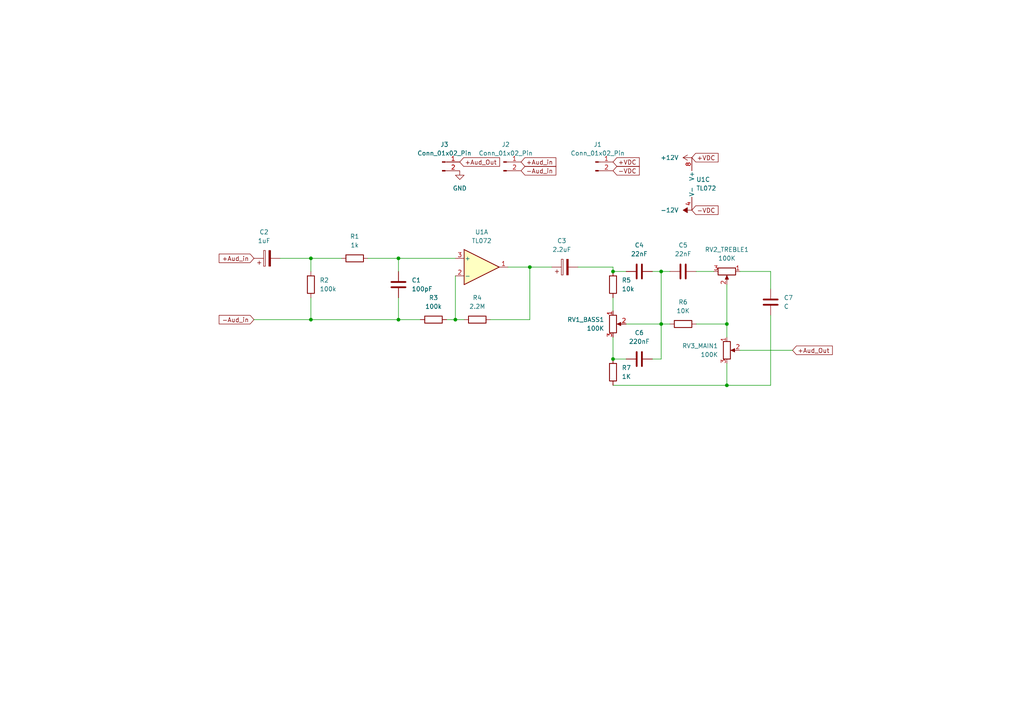
<source format=kicad_sch>
(kicad_sch
	(version 20231120)
	(generator "eeschema")
	(generator_version "8.0")
	(uuid "c2309c90-6183-4a95-bea2-e69d9dd6a5de")
	(paper "A4")
	(lib_symbols
		(symbol "Amplifier_Operational:TL072"
			(pin_names
				(offset 0.127)
			)
			(exclude_from_sim no)
			(in_bom yes)
			(on_board yes)
			(property "Reference" "U"
				(at 0 5.08 0)
				(effects
					(font
						(size 1.27 1.27)
					)
					(justify left)
				)
			)
			(property "Value" "TL072"
				(at 0 -5.08 0)
				(effects
					(font
						(size 1.27 1.27)
					)
					(justify left)
				)
			)
			(property "Footprint" ""
				(at 0 0 0)
				(effects
					(font
						(size 1.27 1.27)
					)
					(hide yes)
				)
			)
			(property "Datasheet" "http://www.ti.com/lit/ds/symlink/tl071.pdf"
				(at 0 0 0)
				(effects
					(font
						(size 1.27 1.27)
					)
					(hide yes)
				)
			)
			(property "Description" "Dual Low-Noise JFET-Input Operational Amplifiers, DIP-8/SOIC-8"
				(at 0 0 0)
				(effects
					(font
						(size 1.27 1.27)
					)
					(hide yes)
				)
			)
			(property "ki_locked" ""
				(at 0 0 0)
				(effects
					(font
						(size 1.27 1.27)
					)
				)
			)
			(property "ki_keywords" "dual opamp"
				(at 0 0 0)
				(effects
					(font
						(size 1.27 1.27)
					)
					(hide yes)
				)
			)
			(property "ki_fp_filters" "SOIC*3.9x4.9mm*P1.27mm* DIP*W7.62mm* TO*99* OnSemi*Micro8* TSSOP*3x3mm*P0.65mm* TSSOP*4.4x3mm*P0.65mm* MSOP*3x3mm*P0.65mm* SSOP*3.9x4.9mm*P0.635mm* LFCSP*2x2mm*P0.5mm* *SIP* SOIC*5.3x6.2mm*P1.27mm*"
				(at 0 0 0)
				(effects
					(font
						(size 1.27 1.27)
					)
					(hide yes)
				)
			)
			(symbol "TL072_1_1"
				(polyline
					(pts
						(xy -5.08 5.08) (xy 5.08 0) (xy -5.08 -5.08) (xy -5.08 5.08)
					)
					(stroke
						(width 0.254)
						(type default)
					)
					(fill
						(type background)
					)
				)
				(pin output line
					(at 7.62 0 180)
					(length 2.54)
					(name "~"
						(effects
							(font
								(size 1.27 1.27)
							)
						)
					)
					(number "1"
						(effects
							(font
								(size 1.27 1.27)
							)
						)
					)
				)
				(pin input line
					(at -7.62 -2.54 0)
					(length 2.54)
					(name "-"
						(effects
							(font
								(size 1.27 1.27)
							)
						)
					)
					(number "2"
						(effects
							(font
								(size 1.27 1.27)
							)
						)
					)
				)
				(pin input line
					(at -7.62 2.54 0)
					(length 2.54)
					(name "+"
						(effects
							(font
								(size 1.27 1.27)
							)
						)
					)
					(number "3"
						(effects
							(font
								(size 1.27 1.27)
							)
						)
					)
				)
			)
			(symbol "TL072_2_1"
				(polyline
					(pts
						(xy -5.08 5.08) (xy 5.08 0) (xy -5.08 -5.08) (xy -5.08 5.08)
					)
					(stroke
						(width 0.254)
						(type default)
					)
					(fill
						(type background)
					)
				)
				(pin input line
					(at -7.62 2.54 0)
					(length 2.54)
					(name "+"
						(effects
							(font
								(size 1.27 1.27)
							)
						)
					)
					(number "5"
						(effects
							(font
								(size 1.27 1.27)
							)
						)
					)
				)
				(pin input line
					(at -7.62 -2.54 0)
					(length 2.54)
					(name "-"
						(effects
							(font
								(size 1.27 1.27)
							)
						)
					)
					(number "6"
						(effects
							(font
								(size 1.27 1.27)
							)
						)
					)
				)
				(pin output line
					(at 7.62 0 180)
					(length 2.54)
					(name "~"
						(effects
							(font
								(size 1.27 1.27)
							)
						)
					)
					(number "7"
						(effects
							(font
								(size 1.27 1.27)
							)
						)
					)
				)
			)
			(symbol "TL072_3_1"
				(pin power_in line
					(at -2.54 -7.62 90)
					(length 3.81)
					(name "V-"
						(effects
							(font
								(size 1.27 1.27)
							)
						)
					)
					(number "4"
						(effects
							(font
								(size 1.27 1.27)
							)
						)
					)
				)
				(pin power_in line
					(at -2.54 7.62 270)
					(length 3.81)
					(name "V+"
						(effects
							(font
								(size 1.27 1.27)
							)
						)
					)
					(number "8"
						(effects
							(font
								(size 1.27 1.27)
							)
						)
					)
				)
			)
		)
		(symbol "Connector:Conn_01x02_Pin"
			(pin_names
				(offset 1.016) hide)
			(exclude_from_sim no)
			(in_bom yes)
			(on_board yes)
			(property "Reference" "J"
				(at 0 2.54 0)
				(effects
					(font
						(size 1.27 1.27)
					)
				)
			)
			(property "Value" "Conn_01x02_Pin"
				(at 0 -5.08 0)
				(effects
					(font
						(size 1.27 1.27)
					)
				)
			)
			(property "Footprint" ""
				(at 0 0 0)
				(effects
					(font
						(size 1.27 1.27)
					)
					(hide yes)
				)
			)
			(property "Datasheet" "~"
				(at 0 0 0)
				(effects
					(font
						(size 1.27 1.27)
					)
					(hide yes)
				)
			)
			(property "Description" "Generic connector, single row, 01x02, script generated"
				(at 0 0 0)
				(effects
					(font
						(size 1.27 1.27)
					)
					(hide yes)
				)
			)
			(property "ki_locked" ""
				(at 0 0 0)
				(effects
					(font
						(size 1.27 1.27)
					)
				)
			)
			(property "ki_keywords" "connector"
				(at 0 0 0)
				(effects
					(font
						(size 1.27 1.27)
					)
					(hide yes)
				)
			)
			(property "ki_fp_filters" "Connector*:*_1x??_*"
				(at 0 0 0)
				(effects
					(font
						(size 1.27 1.27)
					)
					(hide yes)
				)
			)
			(symbol "Conn_01x02_Pin_1_1"
				(polyline
					(pts
						(xy 1.27 -2.54) (xy 0.8636 -2.54)
					)
					(stroke
						(width 0.1524)
						(type default)
					)
					(fill
						(type none)
					)
				)
				(polyline
					(pts
						(xy 1.27 0) (xy 0.8636 0)
					)
					(stroke
						(width 0.1524)
						(type default)
					)
					(fill
						(type none)
					)
				)
				(rectangle
					(start 0.8636 -2.413)
					(end 0 -2.667)
					(stroke
						(width 0.1524)
						(type default)
					)
					(fill
						(type outline)
					)
				)
				(rectangle
					(start 0.8636 0.127)
					(end 0 -0.127)
					(stroke
						(width 0.1524)
						(type default)
					)
					(fill
						(type outline)
					)
				)
				(pin passive line
					(at 5.08 0 180)
					(length 3.81)
					(name "Pin_1"
						(effects
							(font
								(size 1.27 1.27)
							)
						)
					)
					(number "1"
						(effects
							(font
								(size 1.27 1.27)
							)
						)
					)
				)
				(pin passive line
					(at 5.08 -2.54 180)
					(length 3.81)
					(name "Pin_2"
						(effects
							(font
								(size 1.27 1.27)
							)
						)
					)
					(number "2"
						(effects
							(font
								(size 1.27 1.27)
							)
						)
					)
				)
			)
		)
		(symbol "Device:C"
			(pin_numbers hide)
			(pin_names
				(offset 0.254)
			)
			(exclude_from_sim no)
			(in_bom yes)
			(on_board yes)
			(property "Reference" "C"
				(at 0.635 2.54 0)
				(effects
					(font
						(size 1.27 1.27)
					)
					(justify left)
				)
			)
			(property "Value" "C"
				(at 0.635 -2.54 0)
				(effects
					(font
						(size 1.27 1.27)
					)
					(justify left)
				)
			)
			(property "Footprint" ""
				(at 0.9652 -3.81 0)
				(effects
					(font
						(size 1.27 1.27)
					)
					(hide yes)
				)
			)
			(property "Datasheet" "~"
				(at 0 0 0)
				(effects
					(font
						(size 1.27 1.27)
					)
					(hide yes)
				)
			)
			(property "Description" "Unpolarized capacitor"
				(at 0 0 0)
				(effects
					(font
						(size 1.27 1.27)
					)
					(hide yes)
				)
			)
			(property "ki_keywords" "cap capacitor"
				(at 0 0 0)
				(effects
					(font
						(size 1.27 1.27)
					)
					(hide yes)
				)
			)
			(property "ki_fp_filters" "C_*"
				(at 0 0 0)
				(effects
					(font
						(size 1.27 1.27)
					)
					(hide yes)
				)
			)
			(symbol "C_0_1"
				(polyline
					(pts
						(xy -2.032 -0.762) (xy 2.032 -0.762)
					)
					(stroke
						(width 0.508)
						(type default)
					)
					(fill
						(type none)
					)
				)
				(polyline
					(pts
						(xy -2.032 0.762) (xy 2.032 0.762)
					)
					(stroke
						(width 0.508)
						(type default)
					)
					(fill
						(type none)
					)
				)
			)
			(symbol "C_1_1"
				(pin passive line
					(at 0 3.81 270)
					(length 2.794)
					(name "~"
						(effects
							(font
								(size 1.27 1.27)
							)
						)
					)
					(number "1"
						(effects
							(font
								(size 1.27 1.27)
							)
						)
					)
				)
				(pin passive line
					(at 0 -3.81 90)
					(length 2.794)
					(name "~"
						(effects
							(font
								(size 1.27 1.27)
							)
						)
					)
					(number "2"
						(effects
							(font
								(size 1.27 1.27)
							)
						)
					)
				)
			)
		)
		(symbol "Device:C_Polarized"
			(pin_numbers hide)
			(pin_names
				(offset 0.254)
			)
			(exclude_from_sim no)
			(in_bom yes)
			(on_board yes)
			(property "Reference" "C"
				(at 0.635 2.54 0)
				(effects
					(font
						(size 1.27 1.27)
					)
					(justify left)
				)
			)
			(property "Value" "C_Polarized"
				(at 0.635 -2.54 0)
				(effects
					(font
						(size 1.27 1.27)
					)
					(justify left)
				)
			)
			(property "Footprint" ""
				(at 0.9652 -3.81 0)
				(effects
					(font
						(size 1.27 1.27)
					)
					(hide yes)
				)
			)
			(property "Datasheet" "~"
				(at 0 0 0)
				(effects
					(font
						(size 1.27 1.27)
					)
					(hide yes)
				)
			)
			(property "Description" "Polarized capacitor"
				(at 0 0 0)
				(effects
					(font
						(size 1.27 1.27)
					)
					(hide yes)
				)
			)
			(property "ki_keywords" "cap capacitor"
				(at 0 0 0)
				(effects
					(font
						(size 1.27 1.27)
					)
					(hide yes)
				)
			)
			(property "ki_fp_filters" "CP_*"
				(at 0 0 0)
				(effects
					(font
						(size 1.27 1.27)
					)
					(hide yes)
				)
			)
			(symbol "C_Polarized_0_1"
				(rectangle
					(start -2.286 0.508)
					(end 2.286 1.016)
					(stroke
						(width 0)
						(type default)
					)
					(fill
						(type none)
					)
				)
				(polyline
					(pts
						(xy -1.778 2.286) (xy -0.762 2.286)
					)
					(stroke
						(width 0)
						(type default)
					)
					(fill
						(type none)
					)
				)
				(polyline
					(pts
						(xy -1.27 2.794) (xy -1.27 1.778)
					)
					(stroke
						(width 0)
						(type default)
					)
					(fill
						(type none)
					)
				)
				(rectangle
					(start 2.286 -0.508)
					(end -2.286 -1.016)
					(stroke
						(width 0)
						(type default)
					)
					(fill
						(type outline)
					)
				)
			)
			(symbol "C_Polarized_1_1"
				(pin passive line
					(at 0 3.81 270)
					(length 2.794)
					(name "~"
						(effects
							(font
								(size 1.27 1.27)
							)
						)
					)
					(number "1"
						(effects
							(font
								(size 1.27 1.27)
							)
						)
					)
				)
				(pin passive line
					(at 0 -3.81 90)
					(length 2.794)
					(name "~"
						(effects
							(font
								(size 1.27 1.27)
							)
						)
					)
					(number "2"
						(effects
							(font
								(size 1.27 1.27)
							)
						)
					)
				)
			)
		)
		(symbol "Device:R"
			(pin_numbers hide)
			(pin_names
				(offset 0)
			)
			(exclude_from_sim no)
			(in_bom yes)
			(on_board yes)
			(property "Reference" "R"
				(at 2.032 0 90)
				(effects
					(font
						(size 1.27 1.27)
					)
				)
			)
			(property "Value" "R"
				(at 0 0 90)
				(effects
					(font
						(size 1.27 1.27)
					)
				)
			)
			(property "Footprint" ""
				(at -1.778 0 90)
				(effects
					(font
						(size 1.27 1.27)
					)
					(hide yes)
				)
			)
			(property "Datasheet" "~"
				(at 0 0 0)
				(effects
					(font
						(size 1.27 1.27)
					)
					(hide yes)
				)
			)
			(property "Description" "Resistor"
				(at 0 0 0)
				(effects
					(font
						(size 1.27 1.27)
					)
					(hide yes)
				)
			)
			(property "ki_keywords" "R res resistor"
				(at 0 0 0)
				(effects
					(font
						(size 1.27 1.27)
					)
					(hide yes)
				)
			)
			(property "ki_fp_filters" "R_*"
				(at 0 0 0)
				(effects
					(font
						(size 1.27 1.27)
					)
					(hide yes)
				)
			)
			(symbol "R_0_1"
				(rectangle
					(start -1.016 -2.54)
					(end 1.016 2.54)
					(stroke
						(width 0.254)
						(type default)
					)
					(fill
						(type none)
					)
				)
			)
			(symbol "R_1_1"
				(pin passive line
					(at 0 3.81 270)
					(length 1.27)
					(name "~"
						(effects
							(font
								(size 1.27 1.27)
							)
						)
					)
					(number "1"
						(effects
							(font
								(size 1.27 1.27)
							)
						)
					)
				)
				(pin passive line
					(at 0 -3.81 90)
					(length 1.27)
					(name "~"
						(effects
							(font
								(size 1.27 1.27)
							)
						)
					)
					(number "2"
						(effects
							(font
								(size 1.27 1.27)
							)
						)
					)
				)
			)
		)
		(symbol "Device:R_Potentiometer"
			(pin_names
				(offset 1.016) hide)
			(exclude_from_sim no)
			(in_bom yes)
			(on_board yes)
			(property "Reference" "RV"
				(at -4.445 0 90)
				(effects
					(font
						(size 1.27 1.27)
					)
				)
			)
			(property "Value" "R_Potentiometer"
				(at -2.54 0 90)
				(effects
					(font
						(size 1.27 1.27)
					)
				)
			)
			(property "Footprint" ""
				(at 0 0 0)
				(effects
					(font
						(size 1.27 1.27)
					)
					(hide yes)
				)
			)
			(property "Datasheet" "~"
				(at 0 0 0)
				(effects
					(font
						(size 1.27 1.27)
					)
					(hide yes)
				)
			)
			(property "Description" "Potentiometer"
				(at 0 0 0)
				(effects
					(font
						(size 1.27 1.27)
					)
					(hide yes)
				)
			)
			(property "ki_keywords" "resistor variable"
				(at 0 0 0)
				(effects
					(font
						(size 1.27 1.27)
					)
					(hide yes)
				)
			)
			(property "ki_fp_filters" "Potentiometer*"
				(at 0 0 0)
				(effects
					(font
						(size 1.27 1.27)
					)
					(hide yes)
				)
			)
			(symbol "R_Potentiometer_0_1"
				(polyline
					(pts
						(xy 2.54 0) (xy 1.524 0)
					)
					(stroke
						(width 0)
						(type default)
					)
					(fill
						(type none)
					)
				)
				(polyline
					(pts
						(xy 1.143 0) (xy 2.286 0.508) (xy 2.286 -0.508) (xy 1.143 0)
					)
					(stroke
						(width 0)
						(type default)
					)
					(fill
						(type outline)
					)
				)
				(rectangle
					(start 1.016 2.54)
					(end -1.016 -2.54)
					(stroke
						(width 0.254)
						(type default)
					)
					(fill
						(type none)
					)
				)
			)
			(symbol "R_Potentiometer_1_1"
				(pin passive line
					(at 0 3.81 270)
					(length 1.27)
					(name "1"
						(effects
							(font
								(size 1.27 1.27)
							)
						)
					)
					(number "1"
						(effects
							(font
								(size 1.27 1.27)
							)
						)
					)
				)
				(pin passive line
					(at 3.81 0 180)
					(length 1.27)
					(name "2"
						(effects
							(font
								(size 1.27 1.27)
							)
						)
					)
					(number "2"
						(effects
							(font
								(size 1.27 1.27)
							)
						)
					)
				)
				(pin passive line
					(at 0 -3.81 90)
					(length 1.27)
					(name "3"
						(effects
							(font
								(size 1.27 1.27)
							)
						)
					)
					(number "3"
						(effects
							(font
								(size 1.27 1.27)
							)
						)
					)
				)
			)
		)
		(symbol "power:+12V"
			(power)
			(pin_numbers hide)
			(pin_names
				(offset 0) hide)
			(exclude_from_sim no)
			(in_bom yes)
			(on_board yes)
			(property "Reference" "#PWR"
				(at 0 -3.81 0)
				(effects
					(font
						(size 1.27 1.27)
					)
					(hide yes)
				)
			)
			(property "Value" "+12V"
				(at 0 3.556 0)
				(effects
					(font
						(size 1.27 1.27)
					)
				)
			)
			(property "Footprint" ""
				(at 0 0 0)
				(effects
					(font
						(size 1.27 1.27)
					)
					(hide yes)
				)
			)
			(property "Datasheet" ""
				(at 0 0 0)
				(effects
					(font
						(size 1.27 1.27)
					)
					(hide yes)
				)
			)
			(property "Description" "Power symbol creates a global label with name \"+12V\""
				(at 0 0 0)
				(effects
					(font
						(size 1.27 1.27)
					)
					(hide yes)
				)
			)
			(property "ki_keywords" "global power"
				(at 0 0 0)
				(effects
					(font
						(size 1.27 1.27)
					)
					(hide yes)
				)
			)
			(symbol "+12V_0_1"
				(polyline
					(pts
						(xy -0.762 1.27) (xy 0 2.54)
					)
					(stroke
						(width 0)
						(type default)
					)
					(fill
						(type none)
					)
				)
				(polyline
					(pts
						(xy 0 0) (xy 0 2.54)
					)
					(stroke
						(width 0)
						(type default)
					)
					(fill
						(type none)
					)
				)
				(polyline
					(pts
						(xy 0 2.54) (xy 0.762 1.27)
					)
					(stroke
						(width 0)
						(type default)
					)
					(fill
						(type none)
					)
				)
			)
			(symbol "+12V_1_1"
				(pin power_in line
					(at 0 0 90)
					(length 0)
					(name "~"
						(effects
							(font
								(size 1.27 1.27)
							)
						)
					)
					(number "1"
						(effects
							(font
								(size 1.27 1.27)
							)
						)
					)
				)
			)
		)
		(symbol "power:-12V"
			(power)
			(pin_numbers hide)
			(pin_names
				(offset 0) hide)
			(exclude_from_sim no)
			(in_bom yes)
			(on_board yes)
			(property "Reference" "#PWR"
				(at 0 -3.81 0)
				(effects
					(font
						(size 1.27 1.27)
					)
					(hide yes)
				)
			)
			(property "Value" "-12V"
				(at 0 3.556 0)
				(effects
					(font
						(size 1.27 1.27)
					)
				)
			)
			(property "Footprint" ""
				(at 0 0 0)
				(effects
					(font
						(size 1.27 1.27)
					)
					(hide yes)
				)
			)
			(property "Datasheet" ""
				(at 0 0 0)
				(effects
					(font
						(size 1.27 1.27)
					)
					(hide yes)
				)
			)
			(property "Description" "Power symbol creates a global label with name \"-12V\""
				(at 0 0 0)
				(effects
					(font
						(size 1.27 1.27)
					)
					(hide yes)
				)
			)
			(property "ki_keywords" "global power"
				(at 0 0 0)
				(effects
					(font
						(size 1.27 1.27)
					)
					(hide yes)
				)
			)
			(symbol "-12V_0_0"
				(pin power_in line
					(at 0 0 90)
					(length 0)
					(name "~"
						(effects
							(font
								(size 1.27 1.27)
							)
						)
					)
					(number "1"
						(effects
							(font
								(size 1.27 1.27)
							)
						)
					)
				)
			)
			(symbol "-12V_0_1"
				(polyline
					(pts
						(xy 0 0) (xy 0 1.27) (xy 0.762 1.27) (xy 0 2.54) (xy -0.762 1.27) (xy 0 1.27)
					)
					(stroke
						(width 0)
						(type default)
					)
					(fill
						(type outline)
					)
				)
			)
		)
		(symbol "power:GND"
			(power)
			(pin_numbers hide)
			(pin_names
				(offset 0) hide)
			(exclude_from_sim no)
			(in_bom yes)
			(on_board yes)
			(property "Reference" "#PWR"
				(at 0 -6.35 0)
				(effects
					(font
						(size 1.27 1.27)
					)
					(hide yes)
				)
			)
			(property "Value" "GND"
				(at 0 -3.81 0)
				(effects
					(font
						(size 1.27 1.27)
					)
				)
			)
			(property "Footprint" ""
				(at 0 0 0)
				(effects
					(font
						(size 1.27 1.27)
					)
					(hide yes)
				)
			)
			(property "Datasheet" ""
				(at 0 0 0)
				(effects
					(font
						(size 1.27 1.27)
					)
					(hide yes)
				)
			)
			(property "Description" "Power symbol creates a global label with name \"GND\" , ground"
				(at 0 0 0)
				(effects
					(font
						(size 1.27 1.27)
					)
					(hide yes)
				)
			)
			(property "ki_keywords" "global power"
				(at 0 0 0)
				(effects
					(font
						(size 1.27 1.27)
					)
					(hide yes)
				)
			)
			(symbol "GND_0_1"
				(polyline
					(pts
						(xy 0 0) (xy 0 -1.27) (xy 1.27 -1.27) (xy 0 -2.54) (xy -1.27 -1.27) (xy 0 -1.27)
					)
					(stroke
						(width 0)
						(type default)
					)
					(fill
						(type none)
					)
				)
			)
			(symbol "GND_1_1"
				(pin power_in line
					(at 0 0 270)
					(length 0)
					(name "~"
						(effects
							(font
								(size 1.27 1.27)
							)
						)
					)
					(number "1"
						(effects
							(font
								(size 1.27 1.27)
							)
						)
					)
				)
			)
		)
	)
	(junction
		(at 90.17 92.71)
		(diameter 0)
		(color 0 0 0 0)
		(uuid "17b56748-f752-40e9-adf1-37b9c541ab0b")
	)
	(junction
		(at 90.17 74.93)
		(diameter 0)
		(color 0 0 0 0)
		(uuid "31c74d5a-cd56-4633-93ed-93ed576fa26c")
	)
	(junction
		(at 191.77 93.98)
		(diameter 0)
		(color 0 0 0 0)
		(uuid "5499061d-644c-4942-b896-bb77fbe5cf0e")
	)
	(junction
		(at 153.67 77.47)
		(diameter 0)
		(color 0 0 0 0)
		(uuid "6d587ebd-6b1b-47ba-86ac-d7631fcb7b87")
	)
	(junction
		(at 177.8 104.14)
		(diameter 0)
		(color 0 0 0 0)
		(uuid "9ba8b58c-760f-4b17-9ff0-ec5e0e04c495")
	)
	(junction
		(at 177.8 78.74)
		(diameter 0)
		(color 0 0 0 0)
		(uuid "bcf99a94-d3e8-4d91-92db-4c8a25fe3e89")
	)
	(junction
		(at 115.57 74.93)
		(diameter 0)
		(color 0 0 0 0)
		(uuid "d2388f52-48f4-4969-bc76-1e4305219f9a")
	)
	(junction
		(at 132.08 92.71)
		(diameter 0)
		(color 0 0 0 0)
		(uuid "d62a0fd0-097b-4895-bec2-5ff291bbcab6")
	)
	(junction
		(at 210.82 111.76)
		(diameter 0)
		(color 0 0 0 0)
		(uuid "da804a6a-4223-4e93-8497-6bb2806dc860")
	)
	(junction
		(at 210.82 93.98)
		(diameter 0)
		(color 0 0 0 0)
		(uuid "e8ce7fb7-27cc-45ba-b817-de4ee43db2b4")
	)
	(junction
		(at 191.77 78.74)
		(diameter 0)
		(color 0 0 0 0)
		(uuid "f2df7e27-e81c-471f-9055-7758ed6b9e57")
	)
	(junction
		(at 115.57 92.71)
		(diameter 0)
		(color 0 0 0 0)
		(uuid "f4de0ad3-05f8-43c6-ac9e-8e6f7cd14e6c")
	)
	(wire
		(pts
			(xy 90.17 74.93) (xy 90.17 78.74)
		)
		(stroke
			(width 0)
			(type default)
		)
		(uuid "04e3fd1b-e592-43be-93d6-c26f8402eca0")
	)
	(wire
		(pts
			(xy 115.57 92.71) (xy 121.92 92.71)
		)
		(stroke
			(width 0)
			(type default)
		)
		(uuid "18bbbaad-f7d1-4c4b-90d8-74c438cca01f")
	)
	(wire
		(pts
			(xy 132.08 92.71) (xy 132.08 80.01)
		)
		(stroke
			(width 0)
			(type default)
		)
		(uuid "18f75ce1-4c21-472b-b696-f63702c3ce40")
	)
	(wire
		(pts
			(xy 223.52 83.82) (xy 223.52 78.74)
		)
		(stroke
			(width 0)
			(type default)
		)
		(uuid "1d4e36fb-acc0-4fd1-8733-d64df604ca1c")
	)
	(wire
		(pts
			(xy 90.17 74.93) (xy 99.06 74.93)
		)
		(stroke
			(width 0)
			(type default)
		)
		(uuid "1ec7ccff-f7a3-40ff-acdf-8a62a5b5514a")
	)
	(wire
		(pts
			(xy 147.32 77.47) (xy 153.67 77.47)
		)
		(stroke
			(width 0)
			(type default)
		)
		(uuid "211a105b-bd74-4ef2-8891-3f46a9a1ec27")
	)
	(wire
		(pts
			(xy 177.8 97.79) (xy 177.8 104.14)
		)
		(stroke
			(width 0)
			(type default)
		)
		(uuid "277c3e41-259c-4ba9-8ec8-ccf4942739c9")
	)
	(wire
		(pts
			(xy 214.63 101.6) (xy 229.87 101.6)
		)
		(stroke
			(width 0)
			(type default)
		)
		(uuid "27922b13-b12b-41f4-bd71-314189e2417d")
	)
	(wire
		(pts
			(xy 223.52 78.74) (xy 214.63 78.74)
		)
		(stroke
			(width 0)
			(type default)
		)
		(uuid "2843d5f9-3e48-41f6-a55e-20886fda5c40")
	)
	(wire
		(pts
			(xy 90.17 92.71) (xy 115.57 92.71)
		)
		(stroke
			(width 0)
			(type default)
		)
		(uuid "28c3e9dc-b28e-43c9-9606-0180c9498f7a")
	)
	(wire
		(pts
			(xy 210.82 93.98) (xy 210.82 97.79)
		)
		(stroke
			(width 0)
			(type default)
		)
		(uuid "28e168cb-c566-402a-89a8-00401d4334ef")
	)
	(wire
		(pts
			(xy 153.67 77.47) (xy 160.02 77.47)
		)
		(stroke
			(width 0)
			(type default)
		)
		(uuid "2a066856-db5a-4872-92a8-8c91324510d1")
	)
	(wire
		(pts
			(xy 189.23 78.74) (xy 191.77 78.74)
		)
		(stroke
			(width 0)
			(type default)
		)
		(uuid "30a71f6b-e810-423c-9cb9-f6c2b977692e")
	)
	(wire
		(pts
			(xy 191.77 78.74) (xy 194.31 78.74)
		)
		(stroke
			(width 0)
			(type default)
		)
		(uuid "456590bb-9d21-4066-b79e-dce1ee28656e")
	)
	(wire
		(pts
			(xy 191.77 104.14) (xy 191.77 93.98)
		)
		(stroke
			(width 0)
			(type default)
		)
		(uuid "4952b162-3184-420f-a7f3-f4dfd22bc21f")
	)
	(wire
		(pts
			(xy 167.64 77.47) (xy 177.8 77.47)
		)
		(stroke
			(width 0)
			(type default)
		)
		(uuid "4dbd7d2e-0271-4f1b-a583-27bf71ce6fa3")
	)
	(wire
		(pts
			(xy 223.52 91.44) (xy 223.52 111.76)
		)
		(stroke
			(width 0)
			(type default)
		)
		(uuid "5043605c-0791-4526-a840-6c7a2151caf5")
	)
	(wire
		(pts
			(xy 177.8 78.74) (xy 181.61 78.74)
		)
		(stroke
			(width 0)
			(type default)
		)
		(uuid "56ade6b3-28e4-4922-892f-97fce869801d")
	)
	(wire
		(pts
			(xy 73.66 92.71) (xy 90.17 92.71)
		)
		(stroke
			(width 0)
			(type default)
		)
		(uuid "5a37b74b-84b2-419c-8b55-81c3329d3f05")
	)
	(wire
		(pts
			(xy 223.52 111.76) (xy 210.82 111.76)
		)
		(stroke
			(width 0)
			(type default)
		)
		(uuid "5c13e4d3-99ca-4993-99c8-56b2a1087c39")
	)
	(wire
		(pts
			(xy 210.82 82.55) (xy 210.82 93.98)
		)
		(stroke
			(width 0)
			(type default)
		)
		(uuid "6ab62d93-877b-40ad-b848-8ba00e3d9795")
	)
	(wire
		(pts
			(xy 191.77 93.98) (xy 191.77 78.74)
		)
		(stroke
			(width 0)
			(type default)
		)
		(uuid "760860e3-d7a5-40e6-bc08-3baaf370b685")
	)
	(wire
		(pts
			(xy 142.24 92.71) (xy 153.67 92.71)
		)
		(stroke
			(width 0)
			(type default)
		)
		(uuid "766da4da-ff52-43db-b0fe-41031c299082")
	)
	(wire
		(pts
			(xy 81.28 74.93) (xy 90.17 74.93)
		)
		(stroke
			(width 0)
			(type default)
		)
		(uuid "9130dfc4-77a1-48e9-9a24-30982d1005b8")
	)
	(wire
		(pts
			(xy 153.67 92.71) (xy 153.67 77.47)
		)
		(stroke
			(width 0)
			(type default)
		)
		(uuid "95ab76c3-e1d2-45ff-a17d-27891c352f28")
	)
	(wire
		(pts
			(xy 189.23 104.14) (xy 191.77 104.14)
		)
		(stroke
			(width 0)
			(type default)
		)
		(uuid "969b82f0-d3d8-4c01-9f89-6f36559ba7aa")
	)
	(wire
		(pts
			(xy 191.77 93.98) (xy 194.31 93.98)
		)
		(stroke
			(width 0)
			(type default)
		)
		(uuid "9755f923-7598-4bdd-b6bb-18f3ca0e57d4")
	)
	(wire
		(pts
			(xy 106.68 74.93) (xy 115.57 74.93)
		)
		(stroke
			(width 0)
			(type default)
		)
		(uuid "97d7bec9-3ebc-40db-85da-03fc0f7ce591")
	)
	(wire
		(pts
			(xy 177.8 104.14) (xy 181.61 104.14)
		)
		(stroke
			(width 0)
			(type default)
		)
		(uuid "98ce5c13-d790-4554-b8aa-975fee9693d5")
	)
	(wire
		(pts
			(xy 115.57 74.93) (xy 132.08 74.93)
		)
		(stroke
			(width 0)
			(type default)
		)
		(uuid "ab5e1dc2-3aec-4721-9b82-a3fb33196f35")
	)
	(wire
		(pts
			(xy 177.8 111.76) (xy 210.82 111.76)
		)
		(stroke
			(width 0)
			(type default)
		)
		(uuid "b782a0c5-367f-4098-bd01-da83e6876c9d")
	)
	(wire
		(pts
			(xy 90.17 86.36) (xy 90.17 92.71)
		)
		(stroke
			(width 0)
			(type default)
		)
		(uuid "c058075f-378d-4a1b-8c8a-0ad22e09f63b")
	)
	(wire
		(pts
			(xy 115.57 74.93) (xy 115.57 78.74)
		)
		(stroke
			(width 0)
			(type default)
		)
		(uuid "ca3ee521-8fc9-4d9d-9000-1229d18e86d1")
	)
	(wire
		(pts
			(xy 201.93 78.74) (xy 207.01 78.74)
		)
		(stroke
			(width 0)
			(type default)
		)
		(uuid "d6e8cacc-299c-4184-a844-37e647da9791")
	)
	(wire
		(pts
			(xy 129.54 92.71) (xy 132.08 92.71)
		)
		(stroke
			(width 0)
			(type default)
		)
		(uuid "e352b352-2f3d-4a81-8c9f-0c2b7faccd3c")
	)
	(wire
		(pts
			(xy 177.8 86.36) (xy 177.8 90.17)
		)
		(stroke
			(width 0)
			(type default)
		)
		(uuid "e575e588-90b2-4112-bb06-208b337eb113")
	)
	(wire
		(pts
			(xy 115.57 86.36) (xy 115.57 92.71)
		)
		(stroke
			(width 0)
			(type default)
		)
		(uuid "ec633aa1-bd7e-4228-ac9c-8a69ef6b4a41")
	)
	(wire
		(pts
			(xy 181.61 93.98) (xy 191.77 93.98)
		)
		(stroke
			(width 0)
			(type default)
		)
		(uuid "ef245c7b-425f-45a2-aebf-a10547b99d08")
	)
	(wire
		(pts
			(xy 210.82 93.98) (xy 201.93 93.98)
		)
		(stroke
			(width 0)
			(type default)
		)
		(uuid "f740d364-a9fb-458d-8cb3-77c76a73f221")
	)
	(wire
		(pts
			(xy 132.08 92.71) (xy 134.62 92.71)
		)
		(stroke
			(width 0)
			(type default)
		)
		(uuid "fc4323cc-bab5-4cd9-ba3d-48bce655f30e")
	)
	(wire
		(pts
			(xy 210.82 111.76) (xy 210.82 105.41)
		)
		(stroke
			(width 0)
			(type default)
		)
		(uuid "fda5df31-768b-4755-a27c-6eb957b3b936")
	)
	(wire
		(pts
			(xy 177.8 77.47) (xy 177.8 78.74)
		)
		(stroke
			(width 0)
			(type default)
		)
		(uuid "ff7b49cd-0c00-4309-be58-1ee6e32e232e")
	)
	(global_label "+VDC"
		(shape input)
		(at 177.8 46.99 0)
		(fields_autoplaced yes)
		(effects
			(font
				(size 1.27 1.27)
			)
			(justify left)
		)
		(uuid "23b1c12f-bfb2-4a45-900f-aaaa656ebba3")
		(property "Intersheetrefs" "${INTERSHEET_REFS}"
			(at 185.9862 46.99 0)
			(effects
				(font
					(size 1.27 1.27)
				)
				(justify left)
				(hide yes)
			)
		)
	)
	(global_label "+Aud_in"
		(shape input)
		(at 151.13 46.99 0)
		(fields_autoplaced yes)
		(effects
			(font
				(size 1.27 1.27)
			)
			(justify left)
		)
		(uuid "4ea5a947-c881-4448-83a1-d37223db7284")
		(property "Intersheetrefs" "${INTERSHEET_REFS}"
			(at 161.7956 46.99 0)
			(effects
				(font
					(size 1.27 1.27)
				)
				(justify left)
				(hide yes)
			)
		)
	)
	(global_label "+Aud_Out"
		(shape input)
		(at 229.87 101.6 0)
		(fields_autoplaced yes)
		(effects
			(font
				(size 1.27 1.27)
			)
			(justify left)
		)
		(uuid "5ef62176-0179-4e32-9d69-d8f5ff049300")
		(property "Intersheetrefs" "${INTERSHEET_REFS}"
			(at 241.987 101.6 0)
			(effects
				(font
					(size 1.27 1.27)
				)
				(justify left)
				(hide yes)
			)
		)
	)
	(global_label "+Aud_in"
		(shape input)
		(at 73.66 74.93 180)
		(fields_autoplaced yes)
		(effects
			(font
				(size 1.27 1.27)
			)
			(justify right)
		)
		(uuid "66ac6512-3d92-4e20-8185-c2d73767c5b7")
		(property "Intersheetrefs" "${INTERSHEET_REFS}"
			(at 62.9944 74.93 0)
			(effects
				(font
					(size 1.27 1.27)
				)
				(justify right)
				(hide yes)
			)
		)
	)
	(global_label "+VDC"
		(shape input)
		(at 200.66 45.72 0)
		(fields_autoplaced yes)
		(effects
			(font
				(size 1.27 1.27)
			)
			(justify left)
		)
		(uuid "6b23e1cd-6f30-4043-b9e4-6f486b5d8dec")
		(property "Intersheetrefs" "${INTERSHEET_REFS}"
			(at 208.8462 45.72 0)
			(effects
				(font
					(size 1.27 1.27)
				)
				(justify left)
				(hide yes)
			)
		)
	)
	(global_label "+Aud_Out"
		(shape input)
		(at 133.35 46.99 0)
		(fields_autoplaced yes)
		(effects
			(font
				(size 1.27 1.27)
			)
			(justify left)
		)
		(uuid "8af629cd-8678-4cf2-8659-1491322ab318")
		(property "Intersheetrefs" "${INTERSHEET_REFS}"
			(at 145.467 46.99 0)
			(effects
				(font
					(size 1.27 1.27)
				)
				(justify left)
				(hide yes)
			)
		)
	)
	(global_label "-Aud_in"
		(shape input)
		(at 151.13 49.53 0)
		(fields_autoplaced yes)
		(effects
			(font
				(size 1.27 1.27)
			)
			(justify left)
		)
		(uuid "aac5efa9-ffea-4382-b347-cd840be8f619")
		(property "Intersheetrefs" "${INTERSHEET_REFS}"
			(at 161.7956 49.53 0)
			(effects
				(font
					(size 1.27 1.27)
				)
				(justify left)
				(hide yes)
			)
		)
	)
	(global_label "-Aud_in"
		(shape input)
		(at 73.66 92.71 180)
		(fields_autoplaced yes)
		(effects
			(font
				(size 1.27 1.27)
			)
			(justify right)
		)
		(uuid "f164910f-a98a-4b56-822e-f6ac981459e7")
		(property "Intersheetrefs" "${INTERSHEET_REFS}"
			(at 62.9944 92.71 0)
			(effects
				(font
					(size 1.27 1.27)
				)
				(justify right)
				(hide yes)
			)
		)
	)
	(global_label "-VDC"
		(shape input)
		(at 200.66 60.96 0)
		(fields_autoplaced yes)
		(effects
			(font
				(size 1.27 1.27)
			)
			(justify left)
		)
		(uuid "f67a72a8-a773-455a-b7c9-bb129084ea28")
		(property "Intersheetrefs" "${INTERSHEET_REFS}"
			(at 208.8462 60.96 0)
			(effects
				(font
					(size 1.27 1.27)
				)
				(justify left)
				(hide yes)
			)
		)
	)
	(global_label "-VDC"
		(shape input)
		(at 177.8 49.53 0)
		(fields_autoplaced yes)
		(effects
			(font
				(size 1.27 1.27)
			)
			(justify left)
		)
		(uuid "f96b899c-1871-43b1-b010-f5df8bd2f8ff")
		(property "Intersheetrefs" "${INTERSHEET_REFS}"
			(at 185.9862 49.53 0)
			(effects
				(font
					(size 1.27 1.27)
				)
				(justify left)
				(hide yes)
			)
		)
	)
	(symbol
		(lib_id "Device:C")
		(at 223.52 87.63 0)
		(unit 1)
		(exclude_from_sim no)
		(in_bom yes)
		(on_board yes)
		(dnp no)
		(fields_autoplaced yes)
		(uuid "01d60900-f67c-4e31-979e-a4be94442989")
		(property "Reference" "C7"
			(at 227.33 86.3599 0)
			(effects
				(font
					(size 1.27 1.27)
				)
				(justify left)
			)
		)
		(property "Value" "C"
			(at 227.33 88.8999 0)
			(effects
				(font
					(size 1.27 1.27)
				)
				(justify left)
			)
		)
		(property "Footprint" "Capacitor_THT:C_Disc_D4.7mm_W2.5mm_P5.00mm"
			(at 224.4852 91.44 0)
			(effects
				(font
					(size 1.27 1.27)
				)
				(hide yes)
			)
		)
		(property "Datasheet" "~"
			(at 223.52 87.63 0)
			(effects
				(font
					(size 1.27 1.27)
				)
				(hide yes)
			)
		)
		(property "Description" "Unpolarized capacitor"
			(at 223.52 87.63 0)
			(effects
				(font
					(size 1.27 1.27)
				)
				(hide yes)
			)
		)
		(pin "1"
			(uuid "26330ebe-17cb-4455-97d4-039f267ad0a7")
		)
		(pin "2"
			(uuid "0c7e616c-4228-4684-b1f0-73c335e847fd")
		)
		(instances
			(project ""
				(path "/c2309c90-6183-4a95-bea2-e69d9dd6a5de"
					(reference "C7")
					(unit 1)
				)
			)
		)
	)
	(symbol
		(lib_id "Device:R")
		(at 198.12 93.98 90)
		(unit 1)
		(exclude_from_sim no)
		(in_bom yes)
		(on_board yes)
		(dnp no)
		(fields_autoplaced yes)
		(uuid "036e82aa-d654-4337-a9c5-bb6db93db745")
		(property "Reference" "R6"
			(at 198.12 87.63 90)
			(effects
				(font
					(size 1.27 1.27)
				)
			)
		)
		(property "Value" "10K"
			(at 198.12 90.17 90)
			(effects
				(font
					(size 1.27 1.27)
				)
			)
		)
		(property "Footprint" "Resistor_THT:R_Box_L8.4mm_W2.5mm_P5.08mm"
			(at 198.12 95.758 90)
			(effects
				(font
					(size 1.27 1.27)
				)
				(hide yes)
			)
		)
		(property "Datasheet" "~"
			(at 198.12 93.98 0)
			(effects
				(font
					(size 1.27 1.27)
				)
				(hide yes)
			)
		)
		(property "Description" "Resistor"
			(at 198.12 93.98 0)
			(effects
				(font
					(size 1.27 1.27)
				)
				(hide yes)
			)
		)
		(pin "1"
			(uuid "6ced4096-1c80-4f56-a563-5a554fd1c7e8")
		)
		(pin "2"
			(uuid "4d802969-dcd1-47e0-bebd-cb096c38f075")
		)
		(instances
			(project ""
				(path "/c2309c90-6183-4a95-bea2-e69d9dd6a5de"
					(reference "R6")
					(unit 1)
				)
			)
		)
	)
	(symbol
		(lib_id "power:GND")
		(at 133.35 49.53 0)
		(unit 1)
		(exclude_from_sim no)
		(in_bom yes)
		(on_board yes)
		(dnp no)
		(fields_autoplaced yes)
		(uuid "0c9559a3-1138-4d1f-9c48-7a3319be749e")
		(property "Reference" "#PWR01"
			(at 133.35 55.88 0)
			(effects
				(font
					(size 1.27 1.27)
				)
				(hide yes)
			)
		)
		(property "Value" "GND"
			(at 133.35 54.61 0)
			(effects
				(font
					(size 1.27 1.27)
				)
			)
		)
		(property "Footprint" ""
			(at 133.35 49.53 0)
			(effects
				(font
					(size 1.27 1.27)
				)
				(hide yes)
			)
		)
		(property "Datasheet" ""
			(at 133.35 49.53 0)
			(effects
				(font
					(size 1.27 1.27)
				)
				(hide yes)
			)
		)
		(property "Description" "Power symbol creates a global label with name \"GND\" , ground"
			(at 133.35 49.53 0)
			(effects
				(font
					(size 1.27 1.27)
				)
				(hide yes)
			)
		)
		(pin "1"
			(uuid "892b81c8-b63b-4704-b585-08b909f1218c")
		)
		(instances
			(project ""
				(path "/c2309c90-6183-4a95-bea2-e69d9dd6a5de"
					(reference "#PWR01")
					(unit 1)
				)
			)
		)
	)
	(symbol
		(lib_id "Device:R")
		(at 90.17 82.55 0)
		(unit 1)
		(exclude_from_sim no)
		(in_bom yes)
		(on_board yes)
		(dnp no)
		(fields_autoplaced yes)
		(uuid "1b885c60-b540-4479-9bd1-63120156b006")
		(property "Reference" "R2"
			(at 92.71 81.2799 0)
			(effects
				(font
					(size 1.27 1.27)
				)
				(justify left)
			)
		)
		(property "Value" "100k"
			(at 92.71 83.8199 0)
			(effects
				(font
					(size 1.27 1.27)
				)
				(justify left)
			)
		)
		(property "Footprint" "Resistor_THT:R_Box_L8.4mm_W2.5mm_P5.08mm"
			(at 88.392 82.55 90)
			(effects
				(font
					(size 1.27 1.27)
				)
				(hide yes)
			)
		)
		(property "Datasheet" "~"
			(at 90.17 82.55 0)
			(effects
				(font
					(size 1.27 1.27)
				)
				(hide yes)
			)
		)
		(property "Description" "Resistor"
			(at 90.17 82.55 0)
			(effects
				(font
					(size 1.27 1.27)
				)
				(hide yes)
			)
		)
		(pin "2"
			(uuid "8bdbcd17-3ed0-41ff-b280-f96a630b4daa")
		)
		(pin "1"
			(uuid "590f2b11-7e7d-4999-8dd1-098184cad06e")
		)
		(instances
			(project ""
				(path "/c2309c90-6183-4a95-bea2-e69d9dd6a5de"
					(reference "R2")
					(unit 1)
				)
			)
		)
	)
	(symbol
		(lib_id "Device:R")
		(at 177.8 107.95 180)
		(unit 1)
		(exclude_from_sim no)
		(in_bom yes)
		(on_board yes)
		(dnp no)
		(fields_autoplaced yes)
		(uuid "1b94a5d1-b2a1-4f95-8a1c-a5f07175af70")
		(property "Reference" "R7"
			(at 180.34 106.6799 0)
			(effects
				(font
					(size 1.27 1.27)
				)
				(justify right)
			)
		)
		(property "Value" "1K"
			(at 180.34 109.2199 0)
			(effects
				(font
					(size 1.27 1.27)
				)
				(justify right)
			)
		)
		(property "Footprint" "Resistor_THT:R_Box_L8.4mm_W2.5mm_P5.08mm"
			(at 179.578 107.95 90)
			(effects
				(font
					(size 1.27 1.27)
				)
				(hide yes)
			)
		)
		(property "Datasheet" "~"
			(at 177.8 107.95 0)
			(effects
				(font
					(size 1.27 1.27)
				)
				(hide yes)
			)
		)
		(property "Description" "Resistor"
			(at 177.8 107.95 0)
			(effects
				(font
					(size 1.27 1.27)
				)
				(hide yes)
			)
		)
		(pin "1"
			(uuid "f2320cac-a06d-4bb9-b205-9fdcc11b18d6")
		)
		(pin "2"
			(uuid "cfdc3a4a-1a91-4b9c-908c-6128d6ee7f57")
		)
		(instances
			(project "tone"
				(path "/c2309c90-6183-4a95-bea2-e69d9dd6a5de"
					(reference "R7")
					(unit 1)
				)
			)
		)
	)
	(symbol
		(lib_id "power:-12V")
		(at 200.66 60.96 90)
		(unit 1)
		(exclude_from_sim no)
		(in_bom yes)
		(on_board yes)
		(dnp no)
		(fields_autoplaced yes)
		(uuid "39177e2d-99dd-440a-9d11-0ab6b677f967")
		(property "Reference" "#PWR03"
			(at 204.47 60.96 0)
			(effects
				(font
					(size 1.27 1.27)
				)
				(hide yes)
			)
		)
		(property "Value" "-12V"
			(at 196.85 60.9599 90)
			(effects
				(font
					(size 1.27 1.27)
				)
				(justify left)
			)
		)
		(property "Footprint" ""
			(at 200.66 60.96 0)
			(effects
				(font
					(size 1.27 1.27)
				)
				(hide yes)
			)
		)
		(property "Datasheet" ""
			(at 200.66 60.96 0)
			(effects
				(font
					(size 1.27 1.27)
				)
				(hide yes)
			)
		)
		(property "Description" "Power symbol creates a global label with name \"-12V\""
			(at 200.66 60.96 0)
			(effects
				(font
					(size 1.27 1.27)
				)
				(hide yes)
			)
		)
		(pin "1"
			(uuid "cd6c93d3-df1c-4c81-b744-7c172cd8da38")
		)
		(instances
			(project ""
				(path "/c2309c90-6183-4a95-bea2-e69d9dd6a5de"
					(reference "#PWR03")
					(unit 1)
				)
			)
		)
	)
	(symbol
		(lib_id "Device:C_Polarized")
		(at 77.47 74.93 90)
		(unit 1)
		(exclude_from_sim no)
		(in_bom yes)
		(on_board yes)
		(dnp no)
		(fields_autoplaced yes)
		(uuid "4e7a23df-c1bf-467b-8315-933e2848874c")
		(property "Reference" "C2"
			(at 76.581 67.31 90)
			(effects
				(font
					(size 1.27 1.27)
				)
			)
		)
		(property "Value" "1uF"
			(at 76.581 69.85 90)
			(effects
				(font
					(size 1.27 1.27)
				)
			)
		)
		(property "Footprint" "Capacitor_THT:CP_Radial_D8.0mm_P2.50mm"
			(at 81.28 73.9648 0)
			(effects
				(font
					(size 1.27 1.27)
				)
				(hide yes)
			)
		)
		(property "Datasheet" "~"
			(at 77.47 74.93 0)
			(effects
				(font
					(size 1.27 1.27)
				)
				(hide yes)
			)
		)
		(property "Description" "Polarized capacitor"
			(at 77.47 74.93 0)
			(effects
				(font
					(size 1.27 1.27)
				)
				(hide yes)
			)
		)
		(pin "2"
			(uuid "118eb535-4176-418f-83f9-0ac7faabbc0e")
		)
		(pin "1"
			(uuid "c838783f-1dcc-467c-9035-e10e19fd2ade")
		)
		(instances
			(project ""
				(path "/c2309c90-6183-4a95-bea2-e69d9dd6a5de"
					(reference "C2")
					(unit 1)
				)
			)
		)
	)
	(symbol
		(lib_id "Device:C_Polarized")
		(at 163.83 77.47 90)
		(unit 1)
		(exclude_from_sim no)
		(in_bom yes)
		(on_board yes)
		(dnp no)
		(fields_autoplaced yes)
		(uuid "58a83510-4080-4105-8b2d-cc1602857690")
		(property "Reference" "C3"
			(at 162.941 69.85 90)
			(effects
				(font
					(size 1.27 1.27)
				)
			)
		)
		(property "Value" "2.2uF"
			(at 162.941 72.39 90)
			(effects
				(font
					(size 1.27 1.27)
				)
			)
		)
		(property "Footprint" "Capacitor_THT:CP_Radial_D8.0mm_P2.50mm"
			(at 167.64 76.5048 0)
			(effects
				(font
					(size 1.27 1.27)
				)
				(hide yes)
			)
		)
		(property "Datasheet" "~"
			(at 163.83 77.47 0)
			(effects
				(font
					(size 1.27 1.27)
				)
				(hide yes)
			)
		)
		(property "Description" "Polarized capacitor"
			(at 163.83 77.47 0)
			(effects
				(font
					(size 1.27 1.27)
				)
				(hide yes)
			)
		)
		(pin "2"
			(uuid "8cbdff48-4163-4039-9f88-50ca571a40e3")
		)
		(pin "1"
			(uuid "8f1e1822-51d0-4b4d-8036-5a94affbf16c")
		)
		(instances
			(project ""
				(path "/c2309c90-6183-4a95-bea2-e69d9dd6a5de"
					(reference "C3")
					(unit 1)
				)
			)
		)
	)
	(symbol
		(lib_id "Device:R")
		(at 138.43 92.71 90)
		(unit 1)
		(exclude_from_sim no)
		(in_bom yes)
		(on_board yes)
		(dnp no)
		(fields_autoplaced yes)
		(uuid "608289a9-cf8a-46cc-84ae-0eaefaa992d8")
		(property "Reference" "R4"
			(at 138.43 86.36 90)
			(effects
				(font
					(size 1.27 1.27)
				)
			)
		)
		(property "Value" "2.2M"
			(at 138.43 88.9 90)
			(effects
				(font
					(size 1.27 1.27)
				)
			)
		)
		(property "Footprint" "Resistor_THT:R_Box_L8.4mm_W2.5mm_P5.08mm"
			(at 138.43 94.488 90)
			(effects
				(font
					(size 1.27 1.27)
				)
				(hide yes)
			)
		)
		(property "Datasheet" "~"
			(at 138.43 92.71 0)
			(effects
				(font
					(size 1.27 1.27)
				)
				(hide yes)
			)
		)
		(property "Description" "Resistor"
			(at 138.43 92.71 0)
			(effects
				(font
					(size 1.27 1.27)
				)
				(hide yes)
			)
		)
		(pin "2"
			(uuid "4ac92bee-b884-415b-9c40-85899a656aa3")
		)
		(pin "1"
			(uuid "5b9bbc9b-3bcc-4b53-8dd6-2952e2936a7b")
		)
		(instances
			(project ""
				(path "/c2309c90-6183-4a95-bea2-e69d9dd6a5de"
					(reference "R4")
					(unit 1)
				)
			)
		)
	)
	(symbol
		(lib_id "Device:R_Potentiometer")
		(at 210.82 101.6 0)
		(unit 1)
		(exclude_from_sim no)
		(in_bom yes)
		(on_board yes)
		(dnp no)
		(fields_autoplaced yes)
		(uuid "787d00c3-d5bb-497e-8c2e-0c6c5037779b")
		(property "Reference" "RV3_MAIN1"
			(at 208.28 100.3299 0)
			(effects
				(font
					(size 1.27 1.27)
				)
				(justify right)
			)
		)
		(property "Value" "100K"
			(at 208.28 102.8699 0)
			(effects
				(font
					(size 1.27 1.27)
				)
				(justify right)
			)
		)
		(property "Footprint" "Potentiometer_THT:Potentiometer_Alps_RK163_Single_Horizontal"
			(at 210.82 101.6 0)
			(effects
				(font
					(size 1.27 1.27)
				)
				(hide yes)
			)
		)
		(property "Datasheet" "~"
			(at 210.82 101.6 0)
			(effects
				(font
					(size 1.27 1.27)
				)
				(hide yes)
			)
		)
		(property "Description" "Potentiometer"
			(at 210.82 101.6 0)
			(effects
				(font
					(size 1.27 1.27)
				)
				(hide yes)
			)
		)
		(pin "1"
			(uuid "7782a931-c602-4dc6-a2b4-6351c891662e")
		)
		(pin "2"
			(uuid "25176aa3-d567-473a-89a8-c798286cbddf")
		)
		(pin "3"
			(uuid "33fb3e16-fdb4-45b5-a8a1-68d82ae7fd10")
		)
		(instances
			(project "tone"
				(path "/c2309c90-6183-4a95-bea2-e69d9dd6a5de"
					(reference "RV3_MAIN1")
					(unit 1)
				)
			)
		)
	)
	(symbol
		(lib_id "Amplifier_Operational:TL072")
		(at 203.2 53.34 0)
		(unit 3)
		(exclude_from_sim no)
		(in_bom yes)
		(on_board yes)
		(dnp no)
		(fields_autoplaced yes)
		(uuid "81b13535-8573-4dd8-b538-7b091eb73f30")
		(property "Reference" "U1"
			(at 201.93 52.0699 0)
			(effects
				(font
					(size 1.27 1.27)
				)
				(justify left)
			)
		)
		(property "Value" "TL072"
			(at 201.93 54.6099 0)
			(effects
				(font
					(size 1.27 1.27)
				)
				(justify left)
			)
		)
		(property "Footprint" "Package_DIP:DIP-8_W7.62mm"
			(at 203.2 53.34 0)
			(effects
				(font
					(size 1.27 1.27)
				)
				(hide yes)
			)
		)
		(property "Datasheet" "http://www.ti.com/lit/ds/symlink/tl071.pdf"
			(at 203.2 53.34 0)
			(effects
				(font
					(size 1.27 1.27)
				)
				(hide yes)
			)
		)
		(property "Description" "Dual Low-Noise JFET-Input Operational Amplifiers, DIP-8/SOIC-8"
			(at 203.2 53.34 0)
			(effects
				(font
					(size 1.27 1.27)
				)
				(hide yes)
			)
		)
		(pin "6"
			(uuid "55e8354d-6817-4ac8-bd58-03ee3626eacd")
		)
		(pin "1"
			(uuid "8fc8b82b-c6b4-46bb-992d-74ef034a536f")
		)
		(pin "4"
			(uuid "445fc0c6-ed2e-47c7-8932-772a1c7f3807")
		)
		(pin "7"
			(uuid "fae3598d-b502-4f5d-b324-2674b0903974")
		)
		(pin "2"
			(uuid "de906207-be4e-42ac-ae1f-261ac1cfb5f2")
		)
		(pin "3"
			(uuid "e5a91519-50d0-4bd6-a2c6-f9dfbb268329")
		)
		(pin "5"
			(uuid "9a1e949e-1d2e-4f91-aa7c-cb98bdaaaaa3")
		)
		(pin "8"
			(uuid "344c96d5-27bd-4838-bc9f-0880fa890550")
		)
		(instances
			(project ""
				(path "/c2309c90-6183-4a95-bea2-e69d9dd6a5de"
					(reference "U1")
					(unit 3)
				)
			)
		)
	)
	(symbol
		(lib_id "Device:R_Potentiometer")
		(at 177.8 93.98 0)
		(unit 1)
		(exclude_from_sim no)
		(in_bom yes)
		(on_board yes)
		(dnp no)
		(fields_autoplaced yes)
		(uuid "836d4ca1-4470-4a1e-947b-0591af7fddd7")
		(property "Reference" "RV1_BASS1"
			(at 175.26 92.7099 0)
			(effects
				(font
					(size 1.27 1.27)
				)
				(justify right)
			)
		)
		(property "Value" "100K"
			(at 175.26 95.2499 0)
			(effects
				(font
					(size 1.27 1.27)
				)
				(justify right)
			)
		)
		(property "Footprint" "Potentiometer_THT:Potentiometer_Alps_RK163_Single_Horizontal"
			(at 177.8 93.98 0)
			(effects
				(font
					(size 1.27 1.27)
				)
				(hide yes)
			)
		)
		(property "Datasheet" "~"
			(at 177.8 93.98 0)
			(effects
				(font
					(size 1.27 1.27)
				)
				(hide yes)
			)
		)
		(property "Description" "Potentiometer"
			(at 177.8 93.98 0)
			(effects
				(font
					(size 1.27 1.27)
				)
				(hide yes)
			)
		)
		(pin "1"
			(uuid "a970987b-b540-407b-9a45-b44fed6ccdbf")
		)
		(pin "2"
			(uuid "839781de-a713-4fb6-851c-17175398d678")
		)
		(pin "3"
			(uuid "7c8aae33-64f5-4d87-aaff-11cfbb57bc6f")
		)
		(instances
			(project ""
				(path "/c2309c90-6183-4a95-bea2-e69d9dd6a5de"
					(reference "RV1_BASS1")
					(unit 1)
				)
			)
		)
	)
	(symbol
		(lib_id "Connector:Conn_01x02_Pin")
		(at 128.27 46.99 0)
		(unit 1)
		(exclude_from_sim no)
		(in_bom yes)
		(on_board yes)
		(dnp no)
		(fields_autoplaced yes)
		(uuid "88e6f94c-d1b5-4d73-8d39-7c3519a4617b")
		(property "Reference" "J3"
			(at 128.905 41.91 0)
			(effects
				(font
					(size 1.27 1.27)
				)
			)
		)
		(property "Value" "Conn_01x02_Pin"
			(at 128.905 44.45 0)
			(effects
				(font
					(size 1.27 1.27)
				)
			)
		)
		(property "Footprint" "Connector_PinHeader_2.54mm:PinHeader_1x02_P2.54mm_Vertical"
			(at 128.27 46.99 0)
			(effects
				(font
					(size 1.27 1.27)
				)
				(hide yes)
			)
		)
		(property "Datasheet" "~"
			(at 128.27 46.99 0)
			(effects
				(font
					(size 1.27 1.27)
				)
				(hide yes)
			)
		)
		(property "Description" "Generic connector, single row, 01x02, script generated"
			(at 128.27 46.99 0)
			(effects
				(font
					(size 1.27 1.27)
				)
				(hide yes)
			)
		)
		(pin "1"
			(uuid "17757b25-5dcb-4ea6-9c40-2ef1bb3f33a6")
		)
		(pin "2"
			(uuid "e5049d78-e578-47f2-96a4-778cc89e87da")
		)
		(instances
			(project "tone"
				(path "/c2309c90-6183-4a95-bea2-e69d9dd6a5de"
					(reference "J3")
					(unit 1)
				)
			)
		)
	)
	(symbol
		(lib_id "Device:R_Potentiometer")
		(at 210.82 78.74 270)
		(unit 1)
		(exclude_from_sim no)
		(in_bom yes)
		(on_board yes)
		(dnp no)
		(fields_autoplaced yes)
		(uuid "a9b05abc-b208-47bb-adcc-942d62e90e51")
		(property "Reference" "RV2_TREBLE1"
			(at 210.82 72.39 90)
			(effects
				(font
					(size 1.27 1.27)
				)
			)
		)
		(property "Value" "100K"
			(at 210.82 74.93 90)
			(effects
				(font
					(size 1.27 1.27)
				)
			)
		)
		(property "Footprint" "Potentiometer_THT:Potentiometer_Alps_RK163_Single_Horizontal"
			(at 210.82 78.74 0)
			(effects
				(font
					(size 1.27 1.27)
				)
				(hide yes)
			)
		)
		(property "Datasheet" "~"
			(at 210.82 78.74 0)
			(effects
				(font
					(size 1.27 1.27)
				)
				(hide yes)
			)
		)
		(property "Description" "Potentiometer"
			(at 210.82 78.74 0)
			(effects
				(font
					(size 1.27 1.27)
				)
				(hide yes)
			)
		)
		(pin "1"
			(uuid "aa8023e1-5218-46ac-9daa-3bc8fca0837d")
		)
		(pin "2"
			(uuid "3d1b4a26-22a7-45dc-a656-b6011bdc5cb9")
		)
		(pin "3"
			(uuid "fdeea69a-97a2-4d54-a856-bd733ee77aff")
		)
		(instances
			(project "tone"
				(path "/c2309c90-6183-4a95-bea2-e69d9dd6a5de"
					(reference "RV2_TREBLE1")
					(unit 1)
				)
			)
		)
	)
	(symbol
		(lib_id "Device:C")
		(at 185.42 78.74 90)
		(unit 1)
		(exclude_from_sim no)
		(in_bom yes)
		(on_board yes)
		(dnp no)
		(fields_autoplaced yes)
		(uuid "a9d11672-aeb6-4cbf-98f9-2b4298791ead")
		(property "Reference" "C4"
			(at 185.42 71.12 90)
			(effects
				(font
					(size 1.27 1.27)
				)
			)
		)
		(property "Value" "22nF"
			(at 185.42 73.66 90)
			(effects
				(font
					(size 1.27 1.27)
				)
			)
		)
		(property "Footprint" "Capacitor_THT:C_Disc_D4.7mm_W2.5mm_P5.00mm"
			(at 189.23 77.7748 0)
			(effects
				(font
					(size 1.27 1.27)
				)
				(hide yes)
			)
		)
		(property "Datasheet" "~"
			(at 185.42 78.74 0)
			(effects
				(font
					(size 1.27 1.27)
				)
				(hide yes)
			)
		)
		(property "Description" "Unpolarized capacitor"
			(at 185.42 78.74 0)
			(effects
				(font
					(size 1.27 1.27)
				)
				(hide yes)
			)
		)
		(pin "2"
			(uuid "0f5009e3-df8b-42bb-95f2-4e6cbf8e816a")
		)
		(pin "1"
			(uuid "01a76948-f5ab-4b44-ba84-e0045160ff38")
		)
		(instances
			(project ""
				(path "/c2309c90-6183-4a95-bea2-e69d9dd6a5de"
					(reference "C4")
					(unit 1)
				)
			)
		)
	)
	(symbol
		(lib_id "power:+12V")
		(at 200.66 45.72 90)
		(unit 1)
		(exclude_from_sim no)
		(in_bom yes)
		(on_board yes)
		(dnp no)
		(fields_autoplaced yes)
		(uuid "b49d12b5-c0a2-488b-9e9c-276e8fc532a0")
		(property "Reference" "#PWR02"
			(at 204.47 45.72 0)
			(effects
				(font
					(size 1.27 1.27)
				)
				(hide yes)
			)
		)
		(property "Value" "+12V"
			(at 196.85 45.7199 90)
			(effects
				(font
					(size 1.27 1.27)
				)
				(justify left)
			)
		)
		(property "Footprint" ""
			(at 200.66 45.72 0)
			(effects
				(font
					(size 1.27 1.27)
				)
				(hide yes)
			)
		)
		(property "Datasheet" ""
			(at 200.66 45.72 0)
			(effects
				(font
					(size 1.27 1.27)
				)
				(hide yes)
			)
		)
		(property "Description" "Power symbol creates a global label with name \"+12V\""
			(at 200.66 45.72 0)
			(effects
				(font
					(size 1.27 1.27)
				)
				(hide yes)
			)
		)
		(pin "1"
			(uuid "661f8a36-4604-4990-9393-45628da9d7d3")
		)
		(instances
			(project ""
				(path "/c2309c90-6183-4a95-bea2-e69d9dd6a5de"
					(reference "#PWR02")
					(unit 1)
				)
			)
		)
	)
	(symbol
		(lib_id "Device:R")
		(at 125.73 92.71 90)
		(unit 1)
		(exclude_from_sim no)
		(in_bom yes)
		(on_board yes)
		(dnp no)
		(fields_autoplaced yes)
		(uuid "b7f17837-a1e9-49e2-a009-5f90e90a93be")
		(property "Reference" "R3"
			(at 125.73 86.36 90)
			(effects
				(font
					(size 1.27 1.27)
				)
			)
		)
		(property "Value" "100k"
			(at 125.73 88.9 90)
			(effects
				(font
					(size 1.27 1.27)
				)
			)
		)
		(property "Footprint" "Resistor_THT:R_Box_L8.4mm_W2.5mm_P5.08mm"
			(at 125.73 94.488 90)
			(effects
				(font
					(size 1.27 1.27)
				)
				(hide yes)
			)
		)
		(property "Datasheet" "~"
			(at 125.73 92.71 0)
			(effects
				(font
					(size 1.27 1.27)
				)
				(hide yes)
			)
		)
		(property "Description" "Resistor"
			(at 125.73 92.71 0)
			(effects
				(font
					(size 1.27 1.27)
				)
				(hide yes)
			)
		)
		(pin "2"
			(uuid "5a09c976-d622-4cb5-a13a-f53f835a6968")
		)
		(pin "1"
			(uuid "b3b017ae-0a38-4b2b-a5c6-552d1709aafd")
		)
		(instances
			(project ""
				(path "/c2309c90-6183-4a95-bea2-e69d9dd6a5de"
					(reference "R3")
					(unit 1)
				)
			)
		)
	)
	(symbol
		(lib_id "Device:R")
		(at 177.8 82.55 0)
		(unit 1)
		(exclude_from_sim no)
		(in_bom yes)
		(on_board yes)
		(dnp no)
		(fields_autoplaced yes)
		(uuid "bd71c391-a703-4a08-b15e-ca3515ed2de8")
		(property "Reference" "R5"
			(at 180.34 81.2799 0)
			(effects
				(font
					(size 1.27 1.27)
				)
				(justify left)
			)
		)
		(property "Value" "10k"
			(at 180.34 83.8199 0)
			(effects
				(font
					(size 1.27 1.27)
				)
				(justify left)
			)
		)
		(property "Footprint" "Resistor_THT:R_Box_L8.4mm_W2.5mm_P5.08mm"
			(at 176.022 82.55 90)
			(effects
				(font
					(size 1.27 1.27)
				)
				(hide yes)
			)
		)
		(property "Datasheet" "~"
			(at 177.8 82.55 0)
			(effects
				(font
					(size 1.27 1.27)
				)
				(hide yes)
			)
		)
		(property "Description" "Resistor"
			(at 177.8 82.55 0)
			(effects
				(font
					(size 1.27 1.27)
				)
				(hide yes)
			)
		)
		(pin "2"
			(uuid "60a7792e-0601-4eaa-8c87-9cda12741547")
		)
		(pin "1"
			(uuid "43a20f88-53d6-42df-aafd-d03aa4c80516")
		)
		(instances
			(project ""
				(path "/c2309c90-6183-4a95-bea2-e69d9dd6a5de"
					(reference "R5")
					(unit 1)
				)
			)
		)
	)
	(symbol
		(lib_id "Amplifier_Operational:TL072")
		(at 139.7 77.47 0)
		(unit 1)
		(exclude_from_sim no)
		(in_bom yes)
		(on_board yes)
		(dnp no)
		(fields_autoplaced yes)
		(uuid "c522dbfb-b650-44df-aa77-ed17c49513b1")
		(property "Reference" "U1"
			(at 139.7 67.31 0)
			(effects
				(font
					(size 1.27 1.27)
				)
			)
		)
		(property "Value" "TL072"
			(at 139.7 69.85 0)
			(effects
				(font
					(size 1.27 1.27)
				)
			)
		)
		(property "Footprint" "Package_DIP:DIP-8_W7.62mm"
			(at 139.7 77.47 0)
			(effects
				(font
					(size 1.27 1.27)
				)
				(hide yes)
			)
		)
		(property "Datasheet" "http://www.ti.com/lit/ds/symlink/tl071.pdf"
			(at 139.7 77.47 0)
			(effects
				(font
					(size 1.27 1.27)
				)
				(hide yes)
			)
		)
		(property "Description" "Dual Low-Noise JFET-Input Operational Amplifiers, DIP-8/SOIC-8"
			(at 139.7 77.47 0)
			(effects
				(font
					(size 1.27 1.27)
				)
				(hide yes)
			)
		)
		(pin "6"
			(uuid "55e8354d-6817-4ac8-bd58-03ee3626eacd")
		)
		(pin "1"
			(uuid "8fc8b82b-c6b4-46bb-992d-74ef034a536f")
		)
		(pin "4"
			(uuid "445fc0c6-ed2e-47c7-8932-772a1c7f3807")
		)
		(pin "7"
			(uuid "fae3598d-b502-4f5d-b324-2674b0903974")
		)
		(pin "2"
			(uuid "de906207-be4e-42ac-ae1f-261ac1cfb5f2")
		)
		(pin "3"
			(uuid "e5a91519-50d0-4bd6-a2c6-f9dfbb268329")
		)
		(pin "5"
			(uuid "9a1e949e-1d2e-4f91-aa7c-cb98bdaaaaa3")
		)
		(pin "8"
			(uuid "344c96d5-27bd-4838-bc9f-0880fa890550")
		)
		(instances
			(project ""
				(path "/c2309c90-6183-4a95-bea2-e69d9dd6a5de"
					(reference "U1")
					(unit 1)
				)
			)
		)
	)
	(symbol
		(lib_id "Device:C")
		(at 198.12 78.74 90)
		(unit 1)
		(exclude_from_sim no)
		(in_bom yes)
		(on_board yes)
		(dnp no)
		(fields_autoplaced yes)
		(uuid "c7fedfcd-9db4-4055-92ad-f8c8ac04c7bf")
		(property "Reference" "C5"
			(at 198.12 71.12 90)
			(effects
				(font
					(size 1.27 1.27)
				)
			)
		)
		(property "Value" "22nF"
			(at 198.12 73.66 90)
			(effects
				(font
					(size 1.27 1.27)
				)
			)
		)
		(property "Footprint" "Capacitor_THT:C_Disc_D4.7mm_W2.5mm_P5.00mm"
			(at 201.93 77.7748 0)
			(effects
				(font
					(size 1.27 1.27)
				)
				(hide yes)
			)
		)
		(property "Datasheet" "~"
			(at 198.12 78.74 0)
			(effects
				(font
					(size 1.27 1.27)
				)
				(hide yes)
			)
		)
		(property "Description" "Unpolarized capacitor"
			(at 198.12 78.74 0)
			(effects
				(font
					(size 1.27 1.27)
				)
				(hide yes)
			)
		)
		(pin "2"
			(uuid "b5406b3c-9924-4223-a6f2-e11849f66a74")
		)
		(pin "1"
			(uuid "96004598-c511-483b-aa15-9d182d8bc2c3")
		)
		(instances
			(project "tone"
				(path "/c2309c90-6183-4a95-bea2-e69d9dd6a5de"
					(reference "C5")
					(unit 1)
				)
			)
		)
	)
	(symbol
		(lib_id "Connector:Conn_01x02_Pin")
		(at 172.72 46.99 0)
		(unit 1)
		(exclude_from_sim no)
		(in_bom yes)
		(on_board yes)
		(dnp no)
		(fields_autoplaced yes)
		(uuid "cca0a1b7-16d5-4798-a805-9bf8b50c0339")
		(property "Reference" "J1"
			(at 173.355 41.91 0)
			(effects
				(font
					(size 1.27 1.27)
				)
			)
		)
		(property "Value" "Conn_01x02_Pin"
			(at 173.355 44.45 0)
			(effects
				(font
					(size 1.27 1.27)
				)
			)
		)
		(property "Footprint" "Connector_PinHeader_2.54mm:PinHeader_1x02_P2.54mm_Vertical"
			(at 172.72 46.99 0)
			(effects
				(font
					(size 1.27 1.27)
				)
				(hide yes)
			)
		)
		(property "Datasheet" "~"
			(at 172.72 46.99 0)
			(effects
				(font
					(size 1.27 1.27)
				)
				(hide yes)
			)
		)
		(property "Description" "Generic connector, single row, 01x02, script generated"
			(at 172.72 46.99 0)
			(effects
				(font
					(size 1.27 1.27)
				)
				(hide yes)
			)
		)
		(pin "1"
			(uuid "2064efd0-59c1-4de9-9643-2a7c09c6b350")
		)
		(pin "2"
			(uuid "940f9aed-1f15-4d1f-b01f-b33f9759625e")
		)
		(instances
			(project ""
				(path "/c2309c90-6183-4a95-bea2-e69d9dd6a5de"
					(reference "J1")
					(unit 1)
				)
			)
		)
	)
	(symbol
		(lib_id "Device:C")
		(at 185.42 104.14 90)
		(unit 1)
		(exclude_from_sim no)
		(in_bom yes)
		(on_board yes)
		(dnp no)
		(fields_autoplaced yes)
		(uuid "cf9a00ef-f911-4729-842b-69765bbf26de")
		(property "Reference" "C6"
			(at 185.42 96.52 90)
			(effects
				(font
					(size 1.27 1.27)
				)
			)
		)
		(property "Value" "220nF"
			(at 185.42 99.06 90)
			(effects
				(font
					(size 1.27 1.27)
				)
			)
		)
		(property "Footprint" "Capacitor_THT:C_Disc_D4.7mm_W2.5mm_P5.00mm"
			(at 189.23 103.1748 0)
			(effects
				(font
					(size 1.27 1.27)
				)
				(hide yes)
			)
		)
		(property "Datasheet" "~"
			(at 185.42 104.14 0)
			(effects
				(font
					(size 1.27 1.27)
				)
				(hide yes)
			)
		)
		(property "Description" "Unpolarized capacitor"
			(at 185.42 104.14 0)
			(effects
				(font
					(size 1.27 1.27)
				)
				(hide yes)
			)
		)
		(pin "2"
			(uuid "3c024620-de9e-40b6-95df-8c56e10e6aa3")
		)
		(pin "1"
			(uuid "403adc7b-a556-4a3a-a532-844174df66d9")
		)
		(instances
			(project "tone"
				(path "/c2309c90-6183-4a95-bea2-e69d9dd6a5de"
					(reference "C6")
					(unit 1)
				)
			)
		)
	)
	(symbol
		(lib_id "Connector:Conn_01x02_Pin")
		(at 146.05 46.99 0)
		(unit 1)
		(exclude_from_sim no)
		(in_bom yes)
		(on_board yes)
		(dnp no)
		(fields_autoplaced yes)
		(uuid "d218aa09-ded6-4356-9414-ab9fe3772b80")
		(property "Reference" "J2"
			(at 146.685 41.91 0)
			(effects
				(font
					(size 1.27 1.27)
				)
			)
		)
		(property "Value" "Conn_01x02_Pin"
			(at 146.685 44.45 0)
			(effects
				(font
					(size 1.27 1.27)
				)
			)
		)
		(property "Footprint" "Connector_PinHeader_2.54mm:PinHeader_1x02_P2.54mm_Vertical"
			(at 146.05 46.99 0)
			(effects
				(font
					(size 1.27 1.27)
				)
				(hide yes)
			)
		)
		(property "Datasheet" "~"
			(at 146.05 46.99 0)
			(effects
				(font
					(size 1.27 1.27)
				)
				(hide yes)
			)
		)
		(property "Description" "Generic connector, single row, 01x02, script generated"
			(at 146.05 46.99 0)
			(effects
				(font
					(size 1.27 1.27)
				)
				(hide yes)
			)
		)
		(pin "1"
			(uuid "62f3f11a-fad6-42dd-9cd0-3577a42c3be2")
		)
		(pin "2"
			(uuid "c0c3ae1f-efc8-43bd-ad71-e62220edbac5")
		)
		(instances
			(project "tone"
				(path "/c2309c90-6183-4a95-bea2-e69d9dd6a5de"
					(reference "J2")
					(unit 1)
				)
			)
		)
	)
	(symbol
		(lib_id "Device:C")
		(at 115.57 82.55 0)
		(unit 1)
		(exclude_from_sim no)
		(in_bom yes)
		(on_board yes)
		(dnp no)
		(fields_autoplaced yes)
		(uuid "d48d4a63-98cf-4a6a-aca6-d636cf527e0e")
		(property "Reference" "C1"
			(at 119.38 81.2799 0)
			(effects
				(font
					(size 1.27 1.27)
				)
				(justify left)
			)
		)
		(property "Value" "100pF"
			(at 119.38 83.8199 0)
			(effects
				(font
					(size 1.27 1.27)
				)
				(justify left)
			)
		)
		(property "Footprint" "Capacitor_THT:C_Disc_D4.7mm_W2.5mm_P5.00mm"
			(at 116.5352 86.36 0)
			(effects
				(font
					(size 1.27 1.27)
				)
				(hide yes)
			)
		)
		(property "Datasheet" "~"
			(at 115.57 82.55 0)
			(effects
				(font
					(size 1.27 1.27)
				)
				(hide yes)
			)
		)
		(property "Description" "Unpolarized capacitor"
			(at 115.57 82.55 0)
			(effects
				(font
					(size 1.27 1.27)
				)
				(hide yes)
			)
		)
		(pin "2"
			(uuid "a53772fe-601e-4544-8f7a-418f673b3bb7")
		)
		(pin "1"
			(uuid "bc5ef945-606d-430f-a069-be9dd0e13107")
		)
		(instances
			(project ""
				(path "/c2309c90-6183-4a95-bea2-e69d9dd6a5de"
					(reference "C1")
					(unit 1)
				)
			)
		)
	)
	(symbol
		(lib_id "Device:R")
		(at 102.87 74.93 90)
		(unit 1)
		(exclude_from_sim no)
		(in_bom yes)
		(on_board yes)
		(dnp no)
		(fields_autoplaced yes)
		(uuid "fb320767-6b9d-47af-b12c-821935b347a8")
		(property "Reference" "R1"
			(at 102.87 68.58 90)
			(effects
				(font
					(size 1.27 1.27)
				)
			)
		)
		(property "Value" "1k"
			(at 102.87 71.12 90)
			(effects
				(font
					(size 1.27 1.27)
				)
			)
		)
		(property "Footprint" "Resistor_THT:R_Box_L8.4mm_W2.5mm_P5.08mm"
			(at 102.87 76.708 90)
			(effects
				(font
					(size 1.27 1.27)
				)
				(hide yes)
			)
		)
		(property "Datasheet" "~"
			(at 102.87 74.93 0)
			(effects
				(font
					(size 1.27 1.27)
				)
				(hide yes)
			)
		)
		(property "Description" "Resistor"
			(at 102.87 74.93 0)
			(effects
				(font
					(size 1.27 1.27)
				)
				(hide yes)
			)
		)
		(pin "1"
			(uuid "cfc63b51-87b0-46e2-972f-de394cb03698")
		)
		(pin "2"
			(uuid "ddadc455-02e8-4c41-851b-8c4b3bcd2f52")
		)
		(instances
			(project ""
				(path "/c2309c90-6183-4a95-bea2-e69d9dd6a5de"
					(reference "R1")
					(unit 1)
				)
			)
		)
	)
	(sheet_instances
		(path "/"
			(page "1")
		)
	)
)

</source>
